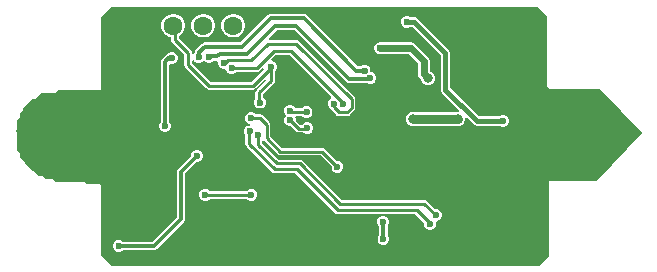
<source format=gbr>
%TF.GenerationSoftware,Altium Limited,Altium Designer,24.1.2 (44)*%
G04 Layer_Physical_Order=2*
G04 Layer_Color=16711680*
%FSLAX45Y45*%
%MOMM*%
%TF.SameCoordinates,480B7A5E-9FD5-4732-A4F6-FD879BEA9CF3*%
%TF.FilePolarity,Positive*%
%TF.FileFunction,Copper,L2,Bot,Signal*%
%TF.Part,Single*%
G01*
G75*
%TA.AperFunction,Conductor*%
%ADD10C,0.25400*%
%ADD30C,0.38100*%
%ADD31C,0.30000*%
%ADD34C,0.60000*%
%ADD35C,0.75000*%
%TA.AperFunction,ViaPad*%
%ADD36C,5.00000*%
%TA.AperFunction,ComponentPad*%
%ADD37R,1.60000X1.60000*%
%ADD38C,1.60000*%
%TA.AperFunction,ViaPad*%
%ADD39C,0.60000*%
%ADD40C,0.80000*%
G36*
X11601926Y9176474D02*
Y8578974D01*
X11620800Y8560100D01*
X12042922D01*
X12398904Y8182504D01*
X12018484Y7779906D01*
X11615800D01*
Y7142600D01*
X11535800Y7062600D01*
X7913300D01*
X7823300Y7152600D01*
Y7743007D01*
X7823301Y7745100D01*
X7815800Y7752601D01*
X7813707Y7752600D01*
X7703300Y7752600D01*
X7683499Y7772400D01*
X7442200D01*
X7416800Y7797800D01*
X7353300D01*
X7327900Y7823200D01*
X7289800D01*
X7251700Y7861300D01*
X7239000D01*
Y7874000D01*
X7188200Y7924800D01*
X7175500D01*
Y7937500D01*
X7137400Y7975600D01*
Y8013700D01*
X7112000Y8039100D01*
Y8191500D01*
X7099300Y8204200D01*
X7112000Y8216900D01*
Y8293100D01*
X7137400Y8318500D01*
Y8356600D01*
X7162800Y8382000D01*
Y8394700D01*
X7239000Y8470900D01*
X7264400D01*
X7315200Y8521700D01*
X7429500D01*
X7460400Y8552600D01*
X7818300D01*
X7820800Y8555100D01*
Y9162600D01*
X7913300Y9255100D01*
X11523300D01*
X11601926Y9176474D01*
D02*
G37*
%LPC*%
G36*
X8953965Y9193200D02*
X8927635D01*
X8902202Y9186385D01*
X8879399Y9173220D01*
X8860780Y9154601D01*
X8847615Y9131798D01*
X8840800Y9106365D01*
Y9080035D01*
X8847615Y9054602D01*
X8860780Y9031799D01*
X8879399Y9013180D01*
X8902202Y9000015D01*
X8927635Y8993200D01*
X8953965D01*
X8979398Y9000015D01*
X9002201Y9013180D01*
X9020820Y9031799D01*
X9033985Y9054602D01*
X9040800Y9080035D01*
Y9106365D01*
X9033985Y9131798D01*
X9020820Y9154601D01*
X9002201Y9173220D01*
X8979398Y9186385D01*
X8953965Y9193200D01*
D02*
G37*
G36*
X8699965D02*
X8673635D01*
X8648202Y9186385D01*
X8625399Y9173220D01*
X8606780Y9154601D01*
X8593615Y9131798D01*
X8586800Y9106365D01*
Y9080035D01*
X8593615Y9054602D01*
X8606780Y9031799D01*
X8625399Y9013180D01*
X8648202Y9000015D01*
X8673635Y8993200D01*
X8699965D01*
X8725398Y9000015D01*
X8748201Y9013180D01*
X8766820Y9031799D01*
X8779985Y9054602D01*
X8786800Y9080035D01*
Y9106365D01*
X8779985Y9131798D01*
X8766820Y9154601D01*
X8748201Y9173220D01*
X8725398Y9186385D01*
X8699965Y9193200D01*
D02*
G37*
G36*
X8433530Y8870790D02*
X8413639D01*
X8395262Y8863178D01*
X8381641Y8849557D01*
X8379603Y8849152D01*
X8368025Y8841416D01*
X8337062Y8810453D01*
X8329326Y8798875D01*
X8326610Y8785219D01*
Y8279121D01*
X8320912Y8273423D01*
X8313300Y8255046D01*
Y8235154D01*
X8320912Y8216777D01*
X8334977Y8202712D01*
X8353354Y8195100D01*
X8373245D01*
X8391623Y8202712D01*
X8405688Y8216777D01*
X8413300Y8235154D01*
Y8255046D01*
X8405688Y8273423D01*
X8397981Y8281129D01*
Y8763529D01*
X8409893Y8772342D01*
X8413639Y8770790D01*
X8433530D01*
X8451907Y8778402D01*
X8465972Y8792467D01*
X8473584Y8810844D01*
Y8830736D01*
X8465972Y8849113D01*
X8451907Y8863178D01*
X8433530Y8870790D01*
D02*
G37*
G36*
X8445965Y9193200D02*
X8419635D01*
X8394202Y9186385D01*
X8371399Y9173220D01*
X8352780Y9154601D01*
X8339615Y9131798D01*
X8332800Y9106365D01*
Y9080035D01*
X8339615Y9054602D01*
X8352780Y9031799D01*
X8371399Y9013180D01*
X8394202Y9000015D01*
X8415960Y8994185D01*
Y8975100D01*
X8418498Y8962341D01*
X8425725Y8951525D01*
X8526460Y8850790D01*
Y8763000D01*
X8528998Y8750241D01*
X8536225Y8739424D01*
X8714025Y8561625D01*
X8724841Y8554397D01*
X8737600Y8551859D01*
X9107273D01*
X9120032Y8554397D01*
X9130848Y8561625D01*
X9208176Y8638953D01*
X9221957Y8634773D01*
X9222183Y8633634D01*
X9139725Y8551175D01*
X9132497Y8540359D01*
X9129959Y8527600D01*
Y8474970D01*
X9125912Y8470923D01*
X9118300Y8452546D01*
Y8432654D01*
X9125912Y8414277D01*
X9139977Y8400212D01*
X9158354Y8392600D01*
X9178246D01*
X9196623Y8400212D01*
X9210688Y8414277D01*
X9218300Y8432654D01*
Y8452546D01*
X9210688Y8470923D01*
X9196640Y8484970D01*
Y8513790D01*
X9286887Y8604037D01*
X9294114Y8614853D01*
X9296652Y8627612D01*
Y8711753D01*
X9301336Y8716437D01*
X9308948Y8734814D01*
Y8754705D01*
X9301336Y8773083D01*
X9287271Y8787148D01*
X9268894Y8794760D01*
X9266271D01*
X9261010Y8807460D01*
X9297510Y8843959D01*
X9420961D01*
X9772170Y8492750D01*
X9769191Y8477769D01*
X9762477Y8474988D01*
X9748412Y8460923D01*
X9740800Y8442546D01*
Y8422654D01*
X9748412Y8404277D01*
X9762477Y8390212D01*
X9766512Y8388541D01*
X9766617Y8388011D01*
X9773845Y8377195D01*
X9812881Y8338158D01*
X9823698Y8330931D01*
X9836457Y8328393D01*
X9904927D01*
X9917686Y8330931D01*
X9928502Y8338158D01*
X9966499Y8376155D01*
X9973726Y8386972D01*
X9976264Y8399730D01*
Y8473403D01*
X9973726Y8486162D01*
X9966499Y8496978D01*
X9499102Y8964375D01*
X9488286Y8971603D01*
X9475527Y8974141D01*
X9245768D01*
X9240508Y8986841D01*
X9311182Y9057514D01*
X9460418D01*
X9898066Y8619866D01*
X9909644Y8612131D01*
X9923300Y8609414D01*
X10070775D01*
X10074977Y8605212D01*
X10093354Y8597600D01*
X10113245D01*
X10131623Y8605212D01*
X10145688Y8619277D01*
X10153300Y8637655D01*
Y8657546D01*
X10145688Y8675923D01*
X10131623Y8689988D01*
X10113245Y8697600D01*
X10106677D01*
X10103300Y8702655D01*
Y8722546D01*
X10095688Y8740923D01*
X10081623Y8754988D01*
X10063246Y8762600D01*
X10043354D01*
X10024977Y8754988D01*
X10018275Y8748286D01*
X9996581D01*
X9562934Y9181934D01*
X9551356Y9189669D01*
X9537700Y9192386D01*
X9258300D01*
X9244644Y9189669D01*
X9233066Y9181934D01*
X9002218Y8951086D01*
X8699779D01*
X8686123Y8948369D01*
X8674546Y8940634D01*
X8629207Y8895294D01*
X8621471Y8883717D01*
X8618754Y8870061D01*
Y8867265D01*
X8606312Y8854823D01*
X8605841Y8853685D01*
X8593141Y8856212D01*
Y8864600D01*
X8590603Y8877359D01*
X8583376Y8888175D01*
X8482641Y8988910D01*
Y9006506D01*
X8494201Y9013180D01*
X8512820Y9031799D01*
X8525985Y9054602D01*
X8532800Y9080035D01*
Y9106365D01*
X8525985Y9131798D01*
X8512820Y9154601D01*
X8494201Y9173220D01*
X8471398Y9186385D01*
X8445965Y9193200D01*
D02*
G37*
G36*
X10446457Y8953680D02*
X10185400D01*
X10180475Y8952700D01*
X10175454D01*
X10170816Y8950779D01*
X10165891Y8949799D01*
X10161717Y8947010D01*
X10157077Y8945088D01*
X10153526Y8941537D01*
X10149352Y8938748D01*
X10146563Y8934574D01*
X10143012Y8931023D01*
X10141090Y8926383D01*
X10138301Y8922209D01*
X10137321Y8917284D01*
X10135400Y8912646D01*
Y8907625D01*
X10134420Y8902700D01*
X10135400Y8897775D01*
Y8892754D01*
X10137321Y8888116D01*
X10138301Y8883191D01*
X10141090Y8879017D01*
X10143012Y8874377D01*
X10146563Y8870826D01*
X10149352Y8866652D01*
X10153526Y8863863D01*
X10157077Y8860312D01*
X10161717Y8858390D01*
X10165891Y8855601D01*
X10170816Y8854621D01*
X10175454Y8852700D01*
X10180475D01*
X10185400Y8851720D01*
X10425341D01*
X10502720Y8774341D01*
Y8687612D01*
X10506601Y8668103D01*
X10517652Y8651564D01*
X10528300Y8640916D01*
Y8635665D01*
X10537434Y8613613D01*
X10554313Y8596735D01*
X10576365Y8587600D01*
X10600235D01*
X10622287Y8596735D01*
X10639165Y8613613D01*
X10648300Y8635665D01*
Y8659535D01*
X10639165Y8681587D01*
X10622287Y8698466D01*
X10609749Y8703659D01*
X10604680Y8708729D01*
Y8795457D01*
X10600799Y8814966D01*
X10589748Y8831505D01*
X10482505Y8938748D01*
X10465966Y8949799D01*
X10446457Y8953680D01*
D02*
G37*
G36*
X10420546Y9176400D02*
X10400655D01*
X10382277Y9168788D01*
X10368212Y9154723D01*
X10360600Y9136346D01*
Y9116454D01*
X10368212Y9098077D01*
X10382277Y9084012D01*
X10400655Y9076400D01*
X10420546D01*
X10438923Y9084012D01*
X10440798Y9085887D01*
X10453907D01*
X10698704Y8841090D01*
Y8552381D01*
X10701734Y8537145D01*
X10710365Y8524228D01*
X10856793Y8377800D01*
X10851533Y8365100D01*
X10833866D01*
X10830550Y8363726D01*
X10476050D01*
X10472734Y8365100D01*
X10448865D01*
X10426812Y8355965D01*
X10409934Y8339087D01*
X10400800Y8317034D01*
Y8293165D01*
X10409934Y8271112D01*
X10426812Y8254234D01*
X10448865Y8245100D01*
X10472734D01*
X10476050Y8246473D01*
X10830550D01*
X10833866Y8245100D01*
X10857735D01*
X10879787Y8254234D01*
X10896666Y8271112D01*
X10905800Y8293165D01*
Y8310832D01*
X10918500Y8316093D01*
X10975146Y8259447D01*
X10988063Y8250816D01*
X11003300Y8247785D01*
X11194904D01*
X11197477Y8245212D01*
X11215854Y8237600D01*
X11235746D01*
X11254123Y8245212D01*
X11268188Y8259277D01*
X11275800Y8277655D01*
Y8297546D01*
X11268188Y8315923D01*
X11254123Y8329988D01*
X11235746Y8337600D01*
X11215854D01*
X11197477Y8329988D01*
X11194904Y8327415D01*
X11019792D01*
X10778334Y8568873D01*
Y8852027D01*
X10775303Y8867263D01*
X10768870Y8876890D01*
X10768284Y8879836D01*
X10759654Y8892753D01*
X10497853Y9154553D01*
X10484937Y9163184D01*
X10469700Y9166215D01*
X10441496D01*
X10438923Y9168788D01*
X10420546Y9176400D01*
D02*
G37*
G36*
X9434055Y8422600D02*
X9414163D01*
X9395786Y8414988D01*
X9381721Y8400922D01*
X9374109Y8382545D01*
Y8362654D01*
X9381721Y8344277D01*
X9393468Y8332529D01*
X9381862Y8320923D01*
X9374250Y8302546D01*
Y8282655D01*
X9381862Y8264277D01*
X9395927Y8250212D01*
X9414304Y8242600D01*
X9427099D01*
X9470675Y8199024D01*
X9481491Y8191797D01*
X9494250Y8189259D01*
X9533430D01*
X9539977Y8182712D01*
X9558354Y8175100D01*
X9578246D01*
X9596623Y8182712D01*
X9610688Y8196777D01*
X9618300Y8215155D01*
Y8235046D01*
X9610688Y8253423D01*
X9596623Y8267488D01*
X9578246Y8275100D01*
X9558354D01*
X9539977Y8267488D01*
X9528430Y8255941D01*
X9508060D01*
X9474250Y8289751D01*
Y8302546D01*
X9467124Y8319749D01*
X9469209Y8325529D01*
X9473073Y8332449D01*
X9521790D01*
X9534027Y8320212D01*
X9552404Y8312600D01*
X9572295D01*
X9590672Y8320212D01*
X9604738Y8334277D01*
X9612350Y8352654D01*
Y8372546D01*
X9604738Y8390923D01*
X9590672Y8404988D01*
X9572295Y8412600D01*
X9552404D01*
X9534027Y8404988D01*
X9528169Y8399130D01*
X9467239D01*
X9466497Y8400922D01*
X9452432Y8414988D01*
X9434055Y8422600D01*
D02*
G37*
G36*
X9103245Y8360100D02*
X9083354D01*
X9064977Y8352488D01*
X9050912Y8338423D01*
X9043300Y8320046D01*
Y8300154D01*
X9050912Y8281777D01*
X9064977Y8267712D01*
X9079119Y8261854D01*
X9083354Y8260100D01*
X9082871Y8247600D01*
X9078236Y8247600D01*
X9070854D01*
X9052477Y8239988D01*
X9038412Y8225923D01*
X9030800Y8207546D01*
Y8187654D01*
X9038412Y8169277D01*
X9044959Y8162730D01*
Y8093395D01*
X9047497Y8080636D01*
X9054725Y8069820D01*
X9269120Y7855424D01*
X9279936Y7848197D01*
X9292695Y7845659D01*
X9467837D01*
X9804564Y7508932D01*
X9815380Y7501704D01*
X9828139Y7499166D01*
X10484583D01*
X10543407Y7440343D01*
X10549725Y7430887D01*
X10558964Y7421648D01*
X10558300Y7420046D01*
Y7400154D01*
X10565912Y7381777D01*
X10579977Y7367712D01*
X10598354Y7360100D01*
X10618245D01*
X10636623Y7367712D01*
X10650688Y7381777D01*
X10658300Y7400154D01*
Y7420046D01*
X10655402Y7427041D01*
X10662458Y7437600D01*
X10665745D01*
X10684123Y7445212D01*
X10698188Y7459277D01*
X10705800Y7477655D01*
Y7497546D01*
X10698188Y7515923D01*
X10684123Y7529988D01*
X10665745Y7537600D01*
X10652951D01*
X10579375Y7611175D01*
X10568559Y7618403D01*
X10555800Y7620941D01*
X9859610D01*
X9530584Y7949966D01*
X9519768Y7957193D01*
X9507009Y7959731D01*
X9323319D01*
X9186641Y8096410D01*
Y8118247D01*
X9199341Y8122099D01*
X9199725Y8121525D01*
X9317224Y8004025D01*
X9328041Y7996798D01*
X9340800Y7994260D01*
X9682624D01*
X9773912Y7902971D01*
Y7890176D01*
X9781524Y7871799D01*
X9795589Y7857734D01*
X9813966Y7850122D01*
X9833858D01*
X9852235Y7857734D01*
X9866300Y7871799D01*
X9873912Y7890176D01*
Y7910068D01*
X9866300Y7928445D01*
X9852235Y7942510D01*
X9833858Y7950122D01*
X9821063D01*
X9720009Y8051175D01*
X9709193Y8058403D01*
X9696434Y8060941D01*
X9354610D01*
X9256640Y8158910D01*
Y8255100D01*
X9254102Y8267859D01*
X9246875Y8278675D01*
X9191875Y8333675D01*
X9181059Y8340903D01*
X9168300Y8343441D01*
X9130670D01*
X9121623Y8352488D01*
X9103245Y8360100D01*
D02*
G37*
G36*
X9105746Y7712600D02*
X9085854D01*
X9067477Y7704988D01*
X9058430Y7695941D01*
X8743170D01*
X8734122Y7704988D01*
X8715745Y7712600D01*
X8695854D01*
X8677477Y7704988D01*
X8663412Y7690923D01*
X8655800Y7672546D01*
Y7652654D01*
X8663412Y7634277D01*
X8677477Y7620212D01*
X8695854Y7612600D01*
X8715745D01*
X8734122Y7620212D01*
X8743170Y7629260D01*
X9058430D01*
X9067477Y7620212D01*
X9085854Y7612600D01*
X9105746D01*
X9124123Y7620212D01*
X9138188Y7634277D01*
X9145800Y7652654D01*
Y7672546D01*
X9138188Y7690923D01*
X9124123Y7704988D01*
X9105746Y7712600D01*
D02*
G37*
G36*
X8645745Y8042600D02*
X8625854D01*
X8607477Y8034988D01*
X8593412Y8020923D01*
X8585800Y8002546D01*
Y7993067D01*
X8475566Y7882834D01*
X8467831Y7871256D01*
X8465114Y7857600D01*
Y7474882D01*
X8253518Y7263286D01*
X8005825D01*
X7999123Y7269988D01*
X7980746Y7277600D01*
X7960854D01*
X7942477Y7269988D01*
X7928412Y7255923D01*
X7920800Y7237546D01*
Y7217654D01*
X7928412Y7199277D01*
X7942477Y7185212D01*
X7960854Y7177600D01*
X7980746D01*
X7999123Y7185212D01*
X8005825Y7191914D01*
X8268300D01*
X8281956Y7194631D01*
X8293533Y7202366D01*
X8526033Y7434867D01*
X8533769Y7446444D01*
X8536486Y7460100D01*
Y7842818D01*
X8636267Y7942600D01*
X8645745D01*
X8664123Y7950212D01*
X8678188Y7964277D01*
X8685800Y7982654D01*
Y8002546D01*
X8678188Y8020923D01*
X8664123Y8034988D01*
X8645745Y8042600D01*
D02*
G37*
G36*
X10220746Y7482600D02*
X10200854D01*
X10182477Y7474988D01*
X10168412Y7460923D01*
X10160800Y7442546D01*
Y7422654D01*
X10168412Y7404277D01*
X10176364Y7396325D01*
Y7321375D01*
X10170912Y7315923D01*
X10163300Y7297546D01*
Y7277654D01*
X10170912Y7259277D01*
X10184977Y7245212D01*
X10203354Y7237600D01*
X10223245D01*
X10241623Y7245212D01*
X10255688Y7259277D01*
X10263300Y7277654D01*
Y7297546D01*
X10255688Y7315923D01*
X10247736Y7323875D01*
Y7398825D01*
X10253188Y7404277D01*
X10260800Y7422654D01*
Y7442546D01*
X10253188Y7460923D01*
X10239123Y7474988D01*
X10220746Y7482600D01*
D02*
G37*
%LPD*%
G36*
X8606312Y8798177D02*
X8620377Y8784112D01*
X8638754Y8776500D01*
X8658646D01*
X8677023Y8784112D01*
X8684915Y8792005D01*
X8691876Y8797710D01*
X8701509Y8792005D01*
X8708099Y8785414D01*
X8726476Y8777803D01*
X8746367D01*
X8764744Y8785414D01*
X8777187Y8797857D01*
X8803265D01*
X8811703Y8788098D01*
X8812559Y8785802D01*
Y8767217D01*
X8820171Y8748840D01*
X8834236Y8734775D01*
X8852613Y8727163D01*
X8872504D01*
X8880337Y8716660D01*
X8886071Y8702815D01*
X8900137Y8688750D01*
X8918514Y8681138D01*
X8938405D01*
X8956782Y8688750D01*
X8967235Y8699202D01*
X9138943D01*
X9151702Y8701740D01*
X9162518Y8708968D01*
X9187294Y8733743D01*
X9201074Y8729563D01*
X9201640Y8726718D01*
X9093463Y8618541D01*
X8751410D01*
X8593141Y8776810D01*
Y8796788D01*
X8605841Y8799315D01*
X8606312Y8798177D01*
D02*
G37*
D10*
X8929864Y8732543D02*
X9138943D01*
X8862559Y8777163D02*
X8869144D01*
X8894738Y8802757D01*
X9094857D02*
X9232900Y8940800D01*
X8928459Y8731138D02*
X8929864Y8732543D01*
X8894738Y8802757D02*
X9094857D01*
X9258948Y8736876D02*
Y8744760D01*
X9107273Y8585200D02*
X9258948Y8736876D01*
X9263312Y8627612D02*
Y8740396D01*
X9258948Y8744760D02*
X9263312Y8740396D01*
X9163300Y8527600D02*
X9263312Y8627612D01*
X8737600Y8585200D02*
X9107273D01*
X9138943Y8732543D02*
X9283700Y8877300D01*
X9232900Y8940800D02*
X9475527D01*
X9283700Y8877300D02*
X9434771D01*
X8559800Y8763000D02*
X8737600Y8585200D01*
X8559800Y8763000D02*
Y8864600D01*
X9434771Y8877300D02*
X9873300Y8438771D01*
X9475527Y8940800D02*
X9942924Y8473403D01*
X8449300Y8975100D02*
X8559800Y8864600D01*
X8432800Y9093200D02*
X8449300Y9076700D01*
Y8975100D02*
Y9076700D01*
X9873300Y8432600D02*
Y8438771D01*
X9565800Y8222600D02*
X9568300Y8225100D01*
X9455385Y8365789D02*
X9558780D01*
X9562159Y8362410D01*
X9455195Y8365979D02*
X9455385Y8365789D01*
X9424250Y8292600D02*
X9494250Y8222600D01*
X9424109Y8372600D02*
X9430729Y8365979D01*
X9455195D01*
X9494250Y8222600D02*
X9565800D01*
X9163300Y8447600D02*
Y8527600D01*
Y8447600D02*
X9168300Y8442600D01*
X9790800Y8432600D02*
X9797420Y8425980D01*
Y8400770D02*
Y8425980D01*
Y8400770D02*
X9836457Y8361734D01*
X9904927D02*
X9942924Y8399730D01*
X9836457Y8361734D02*
X9904927D01*
X8705800Y7662600D02*
X9095800D01*
X9309509Y7926391D02*
X9507009D01*
X9153300Y8082600D02*
X9309509Y7926391D01*
X9507009D02*
X9845800Y7587600D01*
X9292695Y7878999D02*
X9481647D01*
X9828139Y7532507D01*
X10498393D01*
X10573300Y7457600D01*
Y7454463D02*
Y7457600D01*
X10608300Y7410100D02*
Y7419463D01*
X10573300Y7454463D02*
X10608300Y7419463D01*
X10555800Y7587600D02*
X10655800Y7487600D01*
X9845800Y7587600D02*
X10555800D01*
X9078300Y8093395D02*
X9292695Y7878999D01*
X9078300Y8093395D02*
Y8195100D01*
X9080800Y8197600D01*
X9153300Y8082600D02*
Y8165938D01*
X9154962Y8167600D01*
X9093300Y8310100D02*
X9168300D01*
X9223300Y8255100D01*
Y8145100D02*
Y8255100D01*
Y8145100D02*
X9340800Y8027600D01*
X9696434D02*
X9823912Y7900122D01*
X9340800Y8027600D02*
X9696434D01*
X9942924Y8399730D02*
Y8473403D01*
D30*
X10469700Y9126400D02*
X10731500Y8864600D01*
X10410600Y9126400D02*
X10469700D01*
X10738519Y8552381D02*
X11003300Y8287600D01*
X10738519Y8552381D02*
Y8852027D01*
X11003300Y8287600D02*
X11225800D01*
D31*
X8418977Y8816183D02*
X8423584Y8820790D01*
X8393259Y8816183D02*
X8418977D01*
X8362295Y8785219D02*
X8393259Y8816183D01*
X8362295Y8246104D02*
Y8785219D01*
X8742162Y8833543D02*
X8808064D01*
X8826422Y8851900D02*
X9055100D01*
X8808064Y8833543D02*
X8826422Y8851900D01*
X8736421Y8827803D02*
X8742162Y8833543D01*
X9055100Y8851900D02*
X9296400Y9093200D01*
X8648700Y8826500D02*
X8654440Y8832240D01*
Y8870061D01*
X8699779Y8915400D01*
X9017000D02*
X9258300Y9156700D01*
X8699779Y8915400D02*
X9017000D01*
X9258300Y9156700D02*
X9537700D01*
X9296400Y9093200D02*
X9475200D01*
X9923300Y8645100D01*
X9537700Y9156700D02*
X9981800Y8712600D01*
X10053300D01*
X10212050Y7288850D02*
Y7431350D01*
X10210800Y7432600D02*
X10212050Y7431350D01*
Y7288850D02*
X10213300Y7287600D01*
X8500800Y7857600D02*
X8635800Y7992600D01*
X8500800Y7460100D02*
Y7857600D01*
X8268300Y7227600D02*
X8500800Y7460100D01*
X7970800Y7227600D02*
X8268300D01*
X9923300Y8645100D02*
X10100800D01*
X10103300Y8647600D01*
D34*
X10553700Y8687612D02*
Y8795457D01*
X10446457Y8902700D02*
X10553700Y8795457D01*
X10185400Y8902700D02*
X10446457D01*
X10588300Y8647600D02*
Y8653012D01*
X10553700Y8687612D02*
X10588300Y8653012D01*
D35*
X10460799Y8305100D02*
X10845800D01*
D36*
X11988800Y8181000D02*
D03*
X7475961Y8181039D02*
D03*
D37*
X8178800Y9093200D02*
D03*
D38*
X8432800D02*
D03*
X8686800D02*
D03*
X8940800D02*
D03*
D39*
X8423584Y8820790D02*
D03*
X8736421Y8827803D02*
D03*
X8862559Y8777163D02*
D03*
X8928459Y8731138D02*
D03*
X8648700Y8826500D02*
D03*
X10185400Y8902700D02*
D03*
X9258948Y8744760D02*
D03*
X8839616Y8980779D02*
D03*
X9918700Y9004300D02*
D03*
Y9080500D02*
D03*
Y9156700D02*
D03*
X9579600Y7420600D02*
D03*
X10210800Y7432600D02*
D03*
X10213300Y7287600D02*
D03*
X8155800Y7815100D02*
D03*
X10410800Y7432600D02*
D03*
X10025800Y7945100D02*
D03*
X9928300Y7700100D02*
D03*
X9335800Y7717600D02*
D03*
X10180693Y8582984D02*
D03*
X10425375Y8534452D02*
D03*
X10750600Y9128900D02*
D03*
X11228300Y8522600D02*
D03*
X11230800Y8065100D02*
D03*
X10893300Y7890100D02*
D03*
X11263300Y7577600D02*
D03*
X9728300Y7180100D02*
D03*
X8163300Y7677600D02*
D03*
X8190800Y7612600D02*
D03*
X9123300Y7930100D02*
D03*
X8675800Y8495100D02*
D03*
X9562350Y8362600D02*
D03*
X9568300Y8225100D02*
D03*
Y7957600D02*
D03*
X9790800Y8432600D02*
D03*
X9873300Y8285100D02*
D03*
X9708300D02*
D03*
X9790800Y8130100D02*
D03*
X9793300Y8285100D02*
D03*
X10003300Y7767600D02*
D03*
X10028300Y7852600D02*
D03*
X9424250Y8292600D02*
D03*
X9424109Y8372600D02*
D03*
X9427533Y8453638D02*
D03*
X9168300Y8442600D02*
D03*
X9468462Y8527409D02*
D03*
X9873300Y8432600D02*
D03*
X9095800Y7662600D02*
D03*
X8705800D02*
D03*
X10330800Y8442600D02*
D03*
X10178300Y7950100D02*
D03*
X10248300Y7895100D02*
D03*
X9338300Y7797600D02*
D03*
X10608300Y7410100D02*
D03*
X10655800Y7487600D02*
D03*
X9080800Y8197600D02*
D03*
X9578300Y7670100D02*
D03*
X9154962Y8167600D02*
D03*
X9093300Y8310100D02*
D03*
X9823912Y7900122D02*
D03*
X8225800Y7145100D02*
D03*
X8363300Y8245100D02*
D03*
X8625800Y8102600D02*
D03*
X8635800Y7992600D02*
D03*
X7970800Y7227600D02*
D03*
X10410600Y9126400D02*
D03*
X11225800Y8287600D02*
D03*
X9140800Y7120100D02*
D03*
X8240800Y8742600D02*
D03*
X8238300Y8600100D02*
D03*
X7968300Y8470100D02*
D03*
X7910800Y8142601D02*
D03*
X7565800Y7840100D02*
D03*
X7555800Y8462600D02*
D03*
X10053300Y8712600D02*
D03*
X10103300Y8647600D02*
D03*
D40*
X10588300D02*
D03*
X10460799Y8305100D02*
D03*
X10845800D02*
D03*
%TF.MD5,107aa5467c62ebce6545a97c86d3c3d0*%
M02*

</source>
